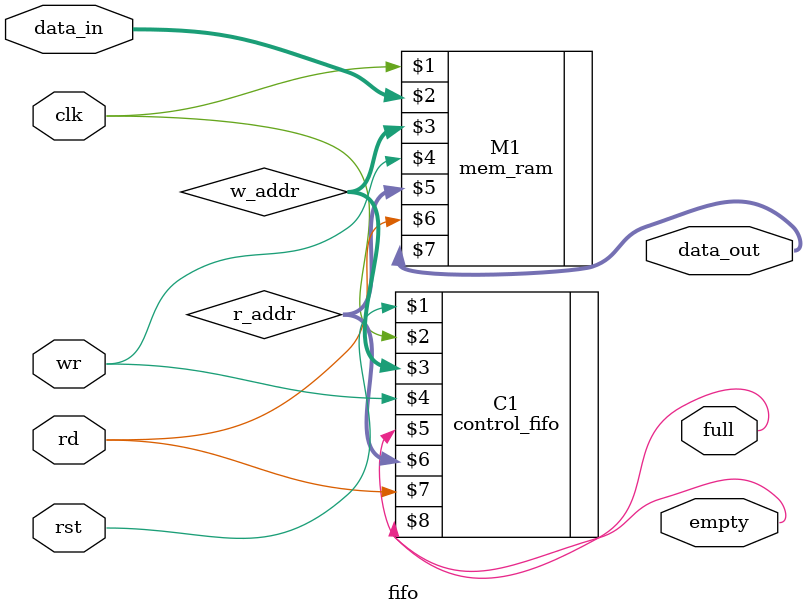
<source format=v>
module fifo(rst, clk, data_in, wr, full, data_out, rd, empty);
    input rst, clk;
    input [7:0] data_in;
    input wr, rd;
    output full, empty;
    output [7:0] data_out;

    wire [2:0] w_addr, r_addr;

    mem_ram M1(clk, data_in, w_addr, wr, r_addr, rd, data_out);
    control_fifo C1(rst, clk, w_addr, wr, full, r_addr, rd, empty);
endmodule

</source>
